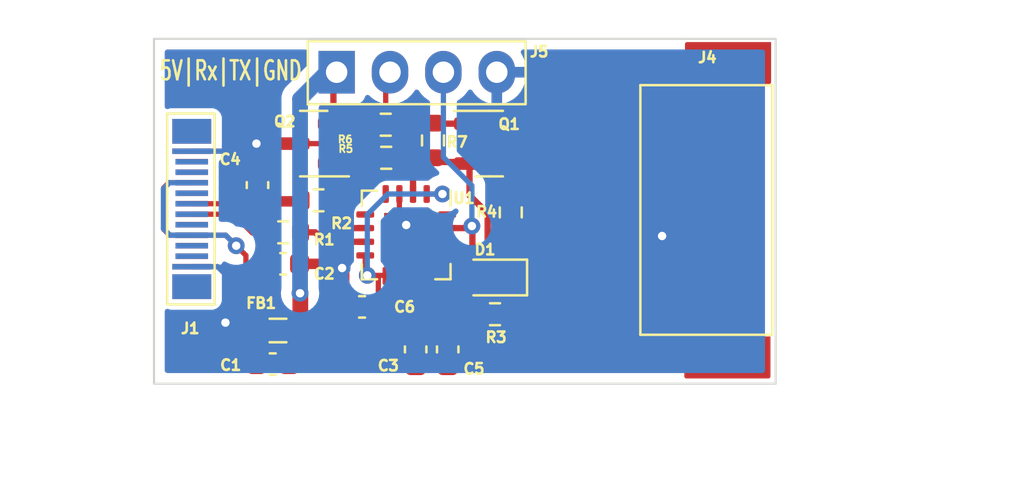
<source format=kicad_pcb>
(kicad_pcb (version 20211014) (generator pcbnew)
  (layers (0 "F.Cu" signal) (31 "B.Cu" signal) (34 "B.Paste" user) (35 "F.Paste" user) (36 "B.SilkS" user "B.Silkscreen") (37 "F.SilkS" user "F.Silkscreen") (38 "B.Mask" user) (39 "F.Mask" user) (44 "Edge.Cuts" user))
  (net 0 "")
  (net 1 "Net-(FB1-Pad1)")
  (net 2 "GNDREF")
  (net 3 "Net-(C2-Pad1)")
  (net 4 "+5V")
  (net 5 "Net-(C4-Pad1)")
  (net 6 "Net-(C6-Pad2)")
  (net 7 "CCTALK-DATA")
  (net 8 "TX")
  (net 12 "RX")
  (net 13 "Net-(Q1-Pad1)")
  (net 14 "Net-(Q1-Pad3)")
  (net 15 "Net-(Q2-Pad1)")
  (net 16 "Net-(Q2-Pad3)")
  (net 17 "Net-(R1-Pad2)")
  (net 18 "Net-(R2-Pad2)")
  (footprint "CCtalk-converter-footprints-lib:R_0603_1608Metric" (layer "F.Cu") (at 104.925 103.275)
    (fp_text reference "R2" (at 1.1 1.1) (layer "F.SilkS") (effects (font (size 0.5 0.5))))
    (fp_text value "27R")
    (fp_line (start -0.237258 0.5225) (end 0.237258 0.5225) (layer "F.SilkS") (width 0.12))
    (fp_line (start -0.237258 -0.5225) (end 0.237258 -0.5225) (layer "F.SilkS") (width 0.12))
    (pad "1" smd roundrect (at -0.825 0) (size 0.8 0.95) (layers "F.Cu" "F.Paste" "F.Mask") (net 5 "Net-(C4-Pad1)"))
    (pad "2" smd roundrect (at 0.825 0) (size 0.8 0.95) (layers "F.Cu" "F.Paste" "F.Mask") (net 18 "Net-(R2-Pad2)"))
  )
  (footprint "CCtalk-converter-footprints-lib:C_0603_1608Metric" (layer "F.Cu") (at 103.25 106.3)
    (fp_text reference "C2" (at 1.95 0.475) (layer "F.SilkS") (effects (font (size 0.5 0.5))))
    (fp_text value "47pF")
    (fp_line (start -0.14058 0.51) (end 0.14058 0.51) (layer "F.SilkS") (width 0.12))
    (fp_line (start -0.14058 -0.51) (end 0.14058 -0.51) (layer "F.SilkS") (width 0.12))
    (pad "1" smd roundrect (at -0.775 0) (size 0.9 0.95) (layers "F.Cu" "F.Paste" "F.Mask") (net 3 "Net-(C2-Pad1)"))
    (pad "2" smd roundrect (at 0.775 0) (size 0.9 0.95) (layers "F.Cu" "F.Paste" "F.Mask") (net 2 "GNDREF"))
  )
  (footprint "CCtalk-converter-footprints-lib:SOT-23" (layer "F.Cu") (at 113.05 100.575)
    (fp_text reference "Q1" (at 0.95 -0.925) (layer "F.SilkS") (effects (font (size 0.5 0.5))))
    (fp_text value "BC847")
    (fp_line (start 0 1.56) (end 0.65 1.56) (layer "F.SilkS") (width 0.12))
    (fp_line (start 0 -1.56) (end 0.65 -1.56) (layer "F.SilkS") (width 0.12))
    (fp_line (start 0 1.56) (end -0.65 1.56) (layer "F.SilkS") (width 0.12))
    (fp_line (start 0 -1.56) (end -1.675 -1.56) (layer "F.SilkS") (width 0.12))
    (pad "1" smd roundrect (at -0.9375 -0.95) (size 1.475 0.6) (layers "F.Cu" "F.Paste" "F.Mask") (net 13 "Net-(Q1-Pad1)"))
    (pad "2" smd roundrect (at -0.9375 0.95) (size 1.475 0.6) (layers "F.Cu" "F.Paste" "F.Mask") (net 2 "GNDREF"))
    (pad "3" smd roundrect (at 0.9375 0) (size 1.475 0.6) (layers "F.Cu" "F.Paste" "F.Mask") (net 14 "Net-(Q1-Pad3)"))
  )
  (footprint "CCtalk-converter-footprints-lib:FanPinHeader_1x04_P2.54mm_Vertical" (layer "F.Cu") (at 105.79 97.1746)
    (fp_text reference "J5" (at 9.635 -0.9746) (layer "F.SilkS") (effects (font (size 0.5 0.5) (thickness 0.125))))
    (fp_text value "Conn_01x04")
    (fp_rect (start -1.3716 1.524) (end 8.9916 -1.4732) (layer "F.SilkS") (width 0.12) (fill none))
    (pad "1" thru_hole rect (at 0 0 90) (size 2.03 1.73) (drill 1.02) (layers *.Cu *.Mask) (net 4 "+5V"))
    (pad "2" thru_hole oval (at 2.54 0 90) (size 2.03 1.73) (drill 1.02) (layers *.Cu *.Mask) (net 12 "RX"))
    (pad "3" thru_hole oval (at 5.08 0 90) (size 2.03 1.73) (drill 1.02) (layers *.Cu *.Mask) (net 8 "TX"))
    (pad "4" thru_hole oval (at 7.62 0 90) (size 2.03 1.73) (drill 1.02) (layers *.Cu *.Mask) (net 2 "GNDREF"))
  )
  (footprint "CCtalk-converter-footprints-lib:R_0603_1608Metric" (layer "F.Cu") (at 114.075 103.85 -90)
    (fp_text reference "R4" (at -0.025 1.15 180) (layer "F.SilkS") (effects (font (size 0.5 0.5))))
    (fp_text value "56R")
    (fp_line (start -0.237258 -0.5225) (end 0.237258 -0.5225) (layer "F.SilkS") (width 0.12))
    (fp_line (start -0.237258 0.5225) (end 0.237258 0.5225) (layer "F.SilkS") (width 0.12))
    (pad "1" smd roundrect (at -0.825 0 270) (size 0.8 0.95) (layers "F.Cu" "F.Paste" "F.Mask") (net 14 "Net-(Q1-Pad3)"))
    (pad "2" smd roundrect (at 0.825 0 270) (size 0.8 0.95) (layers "F.Cu" "F.Paste" "F.Mask") (net 7 "CCTALK-DATA"))
  )
  (footprint "CCtalk-converter-footprints-lib:4pin-JST-XH-header-SMT" (layer "F.Cu") (at 117.675 99.975 -90)
    (fp_text reference "J4" (at -3.5 -5.75 unlocked) (layer "F.SilkS") (effects (font (size 0.5 0.5))))
    (fp_text value "Conn_01x04")
    (fp_rect (start -4.1368 -8.6868) (end -2.3368 -4.7868) (layer "F.Cu") (width 0.2) (fill solid))
    (fp_rect (start 9.884 -8.6556) (end 11.684 -4.7556) (layer "F.Cu") (width 0.2) (fill solid))
    (fp_line (start 9.7028 -2.5654) (end -2.1844 -2.5654) (layer "F.SilkS") (width 0.12))
    (fp_line (start -2.1844 -8.8392) (end -2.1844 -2.5654) (layer "F.SilkS") (width 0.12))
    (fp_line (start 9.7028 -8.8392) (end 9.7028 -2.5654) (layer "F.SilkS") (width 0.12))
    (fp_line (start -2.1844 -8.8392) (end 9.7028 -8.8392) (layer "F.SilkS") (width 0.12))
    (pad "1" smd roundrect (at 0 0 270) (size 1.3 4.5) (layers "F.Cu" "F.Paste" "F.Mask"))
    (pad "2" smd roundrect (at 2.5 0 270) (size 1.3 4.5) (layers "F.Cu" "F.Paste" "F.Mask"))
    (pad "3" smd roundrect (at 5 0 270) (size 1.3 4.5) (layers "F.Cu" "F.Paste" "F.Mask") (net 2 "GNDREF"))
    (pad "4" smd roundrect (at 7.5 0 270) (size 1.3 4.5) (layers "F.Cu" "F.Paste" "F.Mask") (net 7 "CCTALK-DATA"))
  )
  (footprint "CCtalk-converter-footprints-lib:SOT-23" (layer "F.Cu") (at 104.7 100.575 180)
    (fp_text reference "Q2" (at 1.375 1.05) (layer "F.SilkS") (effects (font (size 0.5 0.5))))
    (fp_text value "BC856")
    (fp_line (start 0 -1.56) (end 0.65 -1.56) (layer "F.SilkS") (width 0.12))
    (fp_line (start 0 1.56) (end 0.65 1.56) (layer "F.SilkS") (width 0.12))
    (fp_line (start 0 1.56) (end -0.65 1.56) (layer "F.SilkS") (width 0.12))
    (fp_line (start 0 -1.56) (end -1.675 -1.56) (layer "F.SilkS") (width 0.12))
    (pad "1" smd roundrect (at -0.9375 -0.95 180) (size 1.475 0.6) (layers "F.Cu" "F.Paste" "F.Mask") (net 15 "Net-(Q2-Pad1)"))
    (pad "2" smd roundrect (at -0.9375 0.95 180) (size 1.475 0.6) (layers "F.Cu" "F.Paste" "F.Mask") (net 4 "+5V"))
    (pad "3" smd roundrect (at 0.9375 0 180) (size 1.475 0.6) (layers "F.Cu" "F.Paste" "F.Mask") (net 16 "Net-(Q2-Pad3)"))
  )
  (footprint "CCtalk-converter-footprints-lib:C_0603_1608Metric" (layer "F.Cu") (at 107 108.35)
    (fp_text reference "C6" (at 2.025 0) (layer "F.SilkS") (effects (font (size 0.5 0.5))))
    (fp_text value "100nF")
    (fp_line (start -0.14058 0.51) (end 0.14058 0.51) (layer "F.SilkS") (width 0.12))
    (fp_line (start -0.14058 -0.51) (end 0.14058 -0.51) (layer "F.SilkS") (width 0.12))
    (pad "1" smd roundrect (at -0.775 0) (size 0.9 0.95) (layers "F.Cu" "F.Paste" "F.Mask") (net 2 "GNDREF"))
    (pad "2" smd roundrect (at 0.775 0) (size 0.9 0.95) (layers "F.Cu" "F.Paste" "F.Mask") (net 6 "Net-(C6-Pad2)"))
  )
  (footprint "CCtalk-converter-footprints-lib:C_0603_1608Metric" (layer "F.Cu") (at 102.025 102.55 90)
    (fp_text reference "C4" (at 1.225 -1.3 180) (layer "F.SilkS") (effects (font (size 0.5 0.5))))
    (fp_text value "47pF")
    (fp_line (start -0.14058 -0.51) (end 0.14058 -0.51) (layer "F.SilkS") (width 0.12))
    (fp_line (start -0.14058 0.51) (end 0.14058 0.51) (layer "F.SilkS") (width 0.12))
    (pad "1" smd roundrect (at -0.775 0 90) (size 0.9 0.95) (layers "F.Cu" "F.Paste" "F.Mask") (net 5 "Net-(C4-Pad1)"))
    (pad "2" smd roundrect (at 0.775 0 90) (size 0.9 0.95) (layers "F.Cu" "F.Paste" "F.Mask") (net 2 "GNDREF"))
  )
  (footprint "CCtalk-converter-footprints-lib:C_0603_1608Metric" (layer "F.Cu") (at 111.075 110.375 -90)
    (fp_text reference "C5" (at 0.925 -1.25) (layer "F.SilkS") (effects (font (size 0.5 0.5))))
    (fp_text value "1uF")
    (fp_line (start -0.14058 -0.51) (end 0.14058 -0.51) (layer "F.SilkS") (width 0.12))
    (fp_line (start -0.14058 0.51) (end 0.14058 0.51) (layer "F.SilkS") (width 0.12))
    (pad "1" smd roundrect (at -0.775 0 270) (size 0.9 0.95) (layers "F.Cu" "F.Paste" "F.Mask") (net 4 "+5V"))
    (pad "2" smd roundrect (at 0.775 0 270) (size 0.9 0.95) (layers "F.Cu" "F.Paste" "F.Mask") (net 2 "GNDREF"))
  )
  (footprint "CCtalk-converter-footprints-lib:R_0603_1608Metric" (layer "F.Cu") (at 113.325 108.7)
    (fp_text reference "R3" (at 0.05 1.1) (layer "F.SilkS") (effects (font (size 0.5 0.5))))
    (fp_text value "10K")
    (fp_line (start -0.237258 0.5225) (end 0.237258 0.5225) (layer "F.SilkS") (width 0.12))
    (fp_line (start -0.237258 -0.5225) (end 0.237258 -0.5225) (layer "F.SilkS") (width 0.12))
    (pad "1" smd roundrect (at -0.825 0) (size 0.8 0.95) (layers "F.Cu" "F.Paste" "F.Mask") (net 4 "+5V"))
    (pad "2" smd roundrect (at 0.825 0) (size 0.8 0.95) (layers "F.Cu" "F.Paste" "F.Mask") (net 7 "CCTALK-DATA"))
  )
  (footprint "CCtalk-converter-footprints-lib:C_0603_1608Metric" (layer "F.Cu") (at 109.55 110.375 -90)
    (fp_text reference "C3" (at 0.775 1.3) (layer "F.SilkS") (effects (font (size 0.5 0.5))))
    (fp_text value "100nF")
    (fp_line (start -0.14058 -0.51) (end 0.14058 -0.51) (layer "F.SilkS") (width 0.12))
    (fp_line (start -0.14058 0.51) (end 0.14058 0.51) (layer "F.SilkS") (width 0.12))
    (pad "1" smd roundrect (at -0.775 0 270) (size 0.9 0.95) (layers "F.Cu" "F.Paste" "F.Mask") (net 4 "+5V"))
    (pad "2" smd roundrect (at 0.775 0 270) (size 0.9 0.95) (layers "F.Cu" "F.Paste" "F.Mask") (net 2 "GNDREF"))
  )
  (footprint "CCtalk-converter-footprints-lib:QFN-16-1EP_4x4mm_P0.65mm_EP2.1x2.1mm" (layer "F.Cu") (at 109.1 104.925 -90)
    (fp_text reference "U1" (at -1.75 -2.75 180) (layer "F.SilkS") (effects (font (size 0.5 0.5))))
    (fp_text value "FT230XQ")
    (fp_line (start -2.11 2.11) (end -2.11 1.385) (layer "F.SilkS") (width 0.12))
    (fp_line (start -1.385 -2.11) (end -2.11 -2.11) (layer "F.SilkS") (width 0.12))
    (fp_line (start 2.11 2.11) (end 2.11 1.385) (layer "F.SilkS") (width 0.12))
    (fp_line (start 1.385 2.11) (end 2.11 2.11) (layer "F.SilkS") (width 0.12))
    (fp_line (start -1.385 2.11) (end -2.11 2.11) (layer "F.SilkS") (width 0.12))
    (fp_line (start 2.11 -2.11) (end 2.11 -1.385) (layer "F.SilkS") (width 0.12))
    (fp_line (start 1.385 -2.11) (end 2.11 -2.11) (layer "F.SilkS") (width 0.12))
    (pad "1" smd roundrect (at -1.95 -0.975 270) (size 0.85 0.3) (layers "F.Cu" "F.Paste" "F.Mask") (net 6 "Net-(C6-Pad2)"))
    (pad "2" smd roundrect (at -1.95 -0.325 270) (size 0.85 0.3) (layers "F.Cu" "F.Paste" "F.Mask") (net 12 "RX"))
    (pad "3" smd roundrect (at -1.95 0.325 270) (size 0.85 0.3) (layers "F.Cu" "F.Paste" "F.Mask") (net 2 "GNDREF"))
    (pad "4" smd roundrect (at -1.95 0.975 270) (size 0.85 0.3) (layers "F.Cu" "F.Paste" "F.Mask"))
    (pad "5" smd roundrect (at -0.975 1.95 270) (size 0.3 0.85) (layers "F.Cu" "F.Paste" "F.Mask"))
    (pad "6" smd roundrect (at -0.325 1.95 270) (size 0.3 0.85) (layers "F.Cu" "F.Paste" "F.Mask") (net 18 "Net-(R2-Pad2)"))
    (pad "7" smd roundrect (at 0.325 1.95 270) (size 0.3 0.85) (layers "F.Cu" "F.Paste" "F.Mask") (net 17 "Net-(R1-Pad2)"))
    (pad "8" smd roundrect (at 0.975 1.95 270) (size 0.3 0.85) (layers "F.Cu" "F.Paste" "F.Mask") (net 6 "Net-(C6-Pad2)"))
    (pad "9" smd roundrect (at 1.95 0.975 270) (size 0.85 0.3) (layers "F.Cu" "F.Paste" "F.Mask") (net 6 "Net-(C6-Pad2)"))
    (pad "10" smd roundrect (at 1.95 0.325 270) (size 0.85 0.3) (layers "F.Cu" "F.Paste" "F.Mask") (net 4 "+5V"))
    (pad "11" smd roundrect (at 1.95 -0.325 270) (size 0.85 0.3) (layers "F.Cu" "F.Paste" "F.Mask"))
    (pad "12" smd roundrect (at 1.95 -0.975 270) (size 0.85 0.3) (layers "F.Cu" "F.Paste" "F.Mask"))
    (pad "13" smd roundrect (at 0.975 -1.95 270) (size 0.3 0.85) (layers "F.Cu" "F.Paste" "F.Mask") (net 2 "GNDREF"))
    (pad "14" smd roundrect (at 0.325 -1.95 270) (size 0.3 0.85) (layers "F.Cu" "F.Paste" "F.Mask"))
    (pad "15" smd roundrect (at -0.325 -1.95 270) (size 0.3 0.85) (layers "F.Cu" "F.Paste" "F.Mask") (net 8 "TX"))
    (pad "16" smd roundrect (at -0.975 -1.95 270) (size 0.3 0.85) (layers "F.Cu" "F.Paste" "F.Mask"))
    (pad "17" smd rect (at 0 0 270) (size 2.1 2.1) (layers "F.Cu" "F.Mask") (net 2 "GNDREF"))
  )
  (footprint "CCtalk-converter-footprints-lib:L_0805_2012Metric" (layer "F.Cu") (at 103 109.475)
    (fp_text reference "FB1" (at -0.8 -1.3) (layer "F.SilkS") (effects (font (size 0.5 0.5))))
    (fp_text value "FerriteBead")
    (fp_line (start -0.399622 0.56) (end 0.399622 0.56) (layer "F.SilkS") (width 0.12))
    (fp_line (start -0.399622 -0.56) (end 0.399622 -0.56) (layer "F.SilkS") (width 0.12))
    (pad "1" smd roundrect (at -1.0625 0) (size 0.875 1.2) (layers "F.Cu" "F.Paste" "F.Mask") (net 1 "Net-(FB1-Pad1)"))
    (pad "2" smd roundrect (at 1.0625 0) (size 0.875 1.2) (layers "F.Cu" "F.Paste" "F.Mask") (net 4 "+5V"))
  )
  (footprint "CCtalk-converter-footprints-lib:R_0603_1608Metric" (layer "F.Cu") (at 108.125 99.675)
    (fp_text reference "R6" (at -1.925 0.7) (layer "F.SilkS") (effects (font (size 0.35 0.35) (thickness 0.0875))))
    (fp_text value "10K")
    (fp_line (start -0.237258 0.5225) (end 0.237258 0.5225) (layer "F.SilkS") (width 0.12))
    (fp_line (start -0.237258 -0.5225) (end 0.237258 -0.5225) (layer "F.SilkS") (width 0.12))
    (pad "1" smd roundrect (at -0.825 0) (size 0.8 0.95) (layers "F.Cu" "F.Paste" "F.Mask") (net 16 "Net-(Q2-Pad3)"))
    (pad "2" smd roundrect (at 0.825 0) (size 0.8 0.95) (layers "F.Cu" "F.Paste" "F.Mask") (net 13 "Net-(Q1-Pad1)"))
  )
  (footprint "CCtalk-converter-footprints-lib:USB_C_Plug_Right Angle" (layer "F.Cu") (at 97.75 103.6877 90)
    (fp_text reference "J1" (at -5.6873 1.075) (layer "F.SilkS") (effects (font (size 0.5 0.5) (thickness 0.125))))
    (fp_text value "USB_C_Plug")
    (fp_rect (start -4.5466 2.2352) (end 4.5466 -0.0254) (layer "F.SilkS") (width 0.12) (fill none))
    (pad "" smd rect (at 3.7 1.1475 90) (size 1.18 1.85) (layers "F.Cu" "F.Mask"))
    (pad "" smd rect (at -3.7 1.1475 90) (size 1.18 1.85) (layers "B.Cu" "B.Paste" "B.Mask"))
    (pad "" smd rect (at -3.7 1.1475 90) (size 1.18 1.85) (layers "F.Cu" "F.Mask"))
    (pad "" smd rect (at 3.7 1.1475 270) (size 1.18 1.85) (layers "B.Cu" "B.Paste" "B.Mask"))
    (pad "A1" smd rect (at 2.75 1.1475 90) (size 0.26 1.85) (layers "F.Cu" "F.Paste" "F.Mask") (net 2 "GNDREF"))
    (pad "A2" smd rect (at 2.25 1.1475 90) (size 0.26 1.55) (layers "F.Cu" "F.Paste" "F.Mask"))
    (pad "A3" smd rect (at 1.75 1.1475 90) (size 0.26 1.55) (layers "F.Cu" "F.Paste" "F.Mask"))
    (pad "A4" smd rect (at 1.25 1.1475 90) (size 0.26 1.55) (layers "F.Cu" "F.Paste" "F.Mask") (net 1 "Net-(FB1-Pad1)"))
    (pad "A5" smd rect (at 0.75 1.1475 90) (size 0.26 1.55) (layers "F.Cu" "F.Paste" "F.Mask"))
    (pad "A6" smd rect (at 0.25 1.1475 270) (size 0.26 1.55) (layers "F.Cu" "F.Paste" "F.Mask") (net 5 "Net-(C4-Pad1)"))
    (pad "A7" smd rect (at -0.25 1.1475 270) (size 0.26 1.55) (layers "F.Cu" "F.Paste" "F.Mask") (net 3 "Net-(C2-Pad1)"))
    (pad "A8" smd rect (at -0.75 1.1475 90) (size 0.26 1.55) (layers "F.Cu" "F.Paste" "F.Mask"))
    (pad "A9" smd rect (at -1.25 1.1475 90) (size 0.26 1.55) (layers "F.Cu" "F.Paste" "F.Mask") (net 1 "Net-(FB1-Pad1)"))
    (pad "A10" smd rect (at -1.75 1.1475 90) (size 0.26 1.55) (layers "F.Cu" "F.Paste" "F.Mask"))
    (pad "A11" smd rect (at -2.25 1.1475 90) (size 0.26 1.55) (layers "F.Cu" "F.Paste" "F.Mask"))
    (pad "A12" smd rect (at -2.75 1.1475 90) (size 0.26 1.85) (layers "F.Cu" "F.Paste" "F.Mask") (net 2 "GNDREF"))
    (pad "B1" smd rect (at -2.75 1.1475 90) (size 0.26 1.85) (layers "B.Cu" "B.Paste" "B.Mask") (net 2 "GNDREF"))
    (pad "B2" smd rect (at -2.25 1.1475 90) (size 0.26 1.55) (layers "B.Cu" "B.Paste" "B.Mask"))
    (pad "B3" smd rect (at -1.75 1.1475 90) (size 0.26 1.55) (layers "B.Cu" "B.Paste" "B.Mask"))
    (pad "B4" smd rect (at -1.25 1.1475 90) (size 0.26 1.55) (layers "B.Cu" "B.Paste" "B.Mask") (net 1 "Net-(FB1-Pad1)"))
    (pad "B5" smd rect (at -0.75 1.1475 90) (size 0.26 1.55) (layers "B.Cu" "B.Paste" "B.Mask"))
    (pad "B6" smd rect (at -0.25 1.1475 270) (size 0.26 1.55) (layers "B.Cu" "B.Paste" "B.Mask"))
    (pad "B7" smd rect (at 0.25 1.1475 90) (size 0.26 1.55) (layers "B.Cu" "B.Paste" "B.Mask"))
    (pad "B8" smd rect (at 0.75 1.1475 90) (size 0.26 1.55) (layers "B.Cu" "B.Paste" "B.Mask"))
    (pad "B9" smd rect (at 1.25 1.1475 90) (size 0.26 1.55) (layers "B.Cu" "B.Paste" "B.Mask") (net 1 "Net-(FB1-Pad1)"))
    (pad "B10" smd rect (at 1.75 1.1475 90) (size 0.26 1.55) (layers "B.Cu" "B.Paste" "B.Mask"))
    (pad "B11" smd rect (at 2.25 1.1475 90) (size 0.26 1.55) (layers "B.Cu" "B.Paste" "B.Mask"))
    (pad "B12" smd rect (at 2.75 1.1475 90) (size 0.26 1.85) (layers "B.Cu" "B.Paste" "B.Mask") (net 2 "GNDREF"))
  )
  (footprint "CCtalk-converter-footprints-lib:R_0603_1608Metric" (layer "F.Cu") (at 103.25 104.8)
    (fp_text reference "R1" (at 1.95 0.35) (layer "F.SilkS") (effects (font (size 0.5 0.5))))
    (fp_text value "27R")
    (fp_line (start -0.237258 0.5225) (end 0.237258 0.5225) (layer "F.SilkS") (width 0.12))
    (fp_line (start -0.237258 -0.5225) (end 0.237258 -0.5225) (layer "F.SilkS") (width 0.12))
    (pad "1" smd roundrect (at -0.825 0) (size 0.8 0.95) (layers "F.Cu" "F.Paste" "F.Mask") (net 3 "Net-(C2-Pad1)"))
    (pad "2" smd roundrect (at 0.825 0) (size 0.8 0.95) (layers "F.Cu" "F.Paste" "F.Mask") (net 17 "Net-(R1-Pad2)"))
  )
  (footprint "CCtalk-converter-footprints-lib:C_0603_1608Metric" (layer "F.Cu") (at 102.75 111.075)
    (fp_text reference "C1" (at -2 0.05 180) (layer "F.SilkS") (effects (font (size 0.5 0.5))))
    (fp_text value "10nF")
    (fp_line (start -0.14058 0.51) (end 0.14058 0.51) (layer "F.SilkS") (width 0.12))
    (fp_line (start -0.14058 -0.51) (end 0.14058 -0.51) (layer "F.SilkS") (width 0.12))
    (pad "1" smd roundrect (at -0.775 0) (size 0.9 0.95) (layers "F.Cu" "F.Paste" "F.Mask") (net 1 "Net-(FB1-Pad1)"))
    (pad "2" smd roundrect (at 0.775 0) (size 0.9 0.95) (layers "F.Cu" "F.Paste" "F.Mask") (net 2 "GNDREF"))
  )
  (footprint "CCtalk-converter-footprints-lib:R_0603_1608Metric" (layer "F.Cu") (at 110.375 100.425 90)
    (fp_text reference "R7" (at -0.075 1.15 180) (layer "F.SilkS") (effects (font (size 0.5 0.5))))
    (fp_text value "100K")
    (fp_line (start -0.237258 0.5225) (end 0.237258 0.5225) (layer "F.SilkS") (width 0.12))
    (fp_line (start -0.237258 -0.5225) (end 0.237258 -0.5225) (layer "F.SilkS") (width 0.12))
    (pad "1" smd roundrect (at -0.825 0 90) (size 0.8 0.95) (layers "F.Cu" "F.Paste" "F.Mask") (net 2 "GNDREF"))
    (pad "2" smd roundrect (at 0.825 0 90) (size 0.8 0.95) (layers "F.Cu" "F.Paste" "F.Mask") (net 13 "Net-(Q1-Pad1)"))
  )
  (footprint "CCtalk-converter-footprints-lib:R_0603_1608Metric" (layer "F.Cu") (at 108.15 101.25 180)
    (fp_text reference "R5" (at 1.925 0.425) (layer "F.SilkS") (effects (font (size 0.35 0.35) (thickness 0.0875))))
    (fp_text value "10K")
    (fp_line (start -0.237258 0.5225) (end 0.237258 0.5225) (layer "F.SilkS") (width 0.12))
    (fp_line (start -0.237258 -0.5225) (end 0.237258 -0.5225) (layer "F.SilkS") (width 0.12))
    (pad "1" smd roundrect (at -0.825 0 180) (size 0.8 0.95) (layers "F.Cu" "F.Paste" "F.Mask") (net 12 "RX"))
    (pad "2" smd roundrect (at 0.825 0 180) (size 0.8 0.95) (layers "F.Cu" "F.Paste" "F.Mask") (net 15 "Net-(Q2-Pad1)"))
  )
  (footprint "CCtalk-converter-footprints-lib:D_SOD-323F" (layer "F.Cu") (at 113.35 106.95 180)
    (fp_text reference "D1" (at 0.5 1.325) (layer "F.SilkS") (effects (font (size 0.5 0.5))))
    (fp_text value "BAT54J")
    (fp_line (start -1.5 -0.85) (end 1.05 -0.85) (layer "F.SilkS") (width 0.12))
    (fp_line (start -1.5 -0.85) (end -1.5 0.85) (layer "F.SilkS") (width 0.12))
    (fp_line (start -1.5 0.85) (end 1.05 0.85) (layer "F.SilkS") (width 0.12))
    (pad "1" smd rect (at -1.1 0 180) (size 0.5 0.5) (layers "F.Cu" "F.Paste" "F.Mask") (net 7 "CCTALK-DATA"))
    (pad "2" smd rect (at 1.1 0 180) (size 0.5 0.5) (layers "F.Cu" "F.Paste" "F.Mask") (net 8 "TX"))
  )
  (gr_rect (start 97.102 95.5842) (end 126.677 112.0092) (layer "Edge.Cuts") (width 0.1) (fill none))
  (gr_text "5V|Rx|TX|GND" (at 100.75 97.1) (layer "F.SilkS") (effects (font (size 0.9 0.6) (thickness 0.125))))
  (segment (start 101.9375 108.738569) (end 101.9375 109.475) (width 0.25) (layer "F.Cu") (net 1))
  (segment (start 97.843478 104.9377) (end 98.8975 104.9377) (width 0.25) (layer "F.Cu") (net 1))
  (segment (start 101.9375 111.0375) (end 101.975 111.075) (width 0.75) (layer "F.Cu") (net 1))
  (segment (start 101.475 105.9) (end 101.475 108.276069) (width 0.25) (layer "F.Cu") (net 1))
  (segment (start 97.8064 102.4377) (end 97.5691 102.675) (width 0.25) (layer "F.Cu") (net 1))
  (segment (start 100.5127 104.9377) (end 101.0125 105.4375) (width 0.25) (layer "F.Cu") (net 1))
  (segment (start 97.5691 102.675) (end 97.5691 104.663322) (width 0.25) (layer "F.Cu") (net 1))
  (segment (start 98.8975 104.9377) (end 100.5127 104.9377) (width 0.25) (layer "F.Cu") (net 1))
  (segment (start 101.475 108.276069) (end 101.9375 108.738569) (width 0.25) (layer "F.Cu") (net 1))
  (segment (start 101.9375 109.475) (end 101.9375 111.0375) (width 0.75) (layer "F.Cu") (net 1))
  (segment (start 98.8975 102.4377) (end 97.8064 102.4377) (width 0.25) (layer "F.Cu") (net 1))
  (segment (start 97.5691 104.663322) (end 97.843478 104.9377) (width 0.25) (layer "F.Cu") (net 1))
  (segment (start 101.0125 105.4375) (end 101.475 105.9) (width 0.25) (layer "F.Cu") (net 1))
  (via (at 101.0125 105.4375) (size 0.8) (drill 0.4) (layers "F.Cu" "B.Cu") (net 1))
  (segment (start 100.5127 104.9377) (end 101.0125 105.4375) (width 0.25) (layer "B.Cu") (net 1))
  (segment (start 98.8975 104.9377) (end 100.5127 104.9377) (width 0.25) (layer "B.Cu") (net 1))
  (segment (start 98.8975 102.4377) (end 97.843478 102.4377) (width 0.25) (layer "B.Cu") (net 1))
  (segment (start 97.55 102.731178) (end 97.55 104.625) (width 0.25) (layer "B.Cu") (net 1))
  (segment (start 97.843478 102.4377) (end 97.55 102.731178) (width 0.25) (layer "B.Cu") (net 1))
  (segment (start 97.8627 104.9377) (end 98.8975 104.9377) (width 0.25) (layer "B.Cu") (net 1))
  (segment (start 97.55 104.625) (end 97.8627 104.9377) (width 0.25) (layer "B.Cu") (net 1))
  (segment (start 121.25 105) (end 121.275 104.975) (width 0.75) (layer "F.Cu") (net 2))
  (segment (start 118.9 111.075) (end 113.5 111.075) (width 0.75) (layer "F.Cu") (net 2))
  (segment (start 101.975 100.575) (end 102.025 100.625) (width 0.25) (layer "F.Cu") (net 2))
  (segment (start 109.55 111.15) (end 109.5 111.1) (width 0.75) (layer "F.Cu") (net 2))
  (segment (start 112.1125 101.525) (end 112.0375 101.45) (width 0.3) (layer "F.Cu") (net 2))
  (segment (start 105.85 106.3) (end 106.05 106.5) (width 0.5) (layer "F.Cu") (net 2))
  (segment (start 117.7 105) (end 121.25 105) (width 0.75) (layer "F.Cu") (net 2))
  (segment (start 101.975 100.575) (end 101.35 100.575) (width 0.25) (layer "F.Cu") (net 2))
  (segment (start 100.5 109.1) (end 100.75 108.85) (width 0.25) (layer "F.Cu") (net 2))
  (segment (start 112.1125 101.525) (end 112.1125 103.0375) (width 0.3) (layer "F.Cu") (net 2))
  (segment (start 102.025 100.625) (end 102.025 101.775) (width 0.25) (layer "F.Cu") (net 2))
  (segment (start 113.40048 106.30048) (end 113.40048 110.97548) (width 0.3) (layer "F.Cu") (net 2))
  (segment (start 100.75 107.05) (end 100.1377 106.4377) (width 0.25) (layer "F.Cu") (net 2))
  (segment (start 106.15 106.6) (end 106.05 106.5) (width 0.5) (layer "F.Cu") (net 2))
  (segment (start 108.775 102.975) (end 108.775 104.6) (width 0.25) (layer "F.Cu") (net 2))
  (segment (start 109.5 111.1) (end 103.55 111.1) (width 0.75) (layer "F.Cu") (net 2))
  (segment (start 113.5 111.075) (end 109.625 111.075) (width 0.75) (layer "F.Cu") (net 2))
  (segment (start 121.275 108.7) (end 118.9 111.075) (width 0.75) (layer "F.Cu") (net 2))
  (segment (start 110.575 101.45) (end 110.375 101.25) (width 0.3) (layer "F.Cu") (net 2))
  (segment (start 112.1125 103.0375) (end 112.975 103.9) (width 0.3) (layer "F.Cu") (net 2))
  (segment (start 117.675 104.975) (end 117.7 105) (width 0.75) (layer "F.Cu") (net 2))
  (segment (start 110.075 105.9) (end 109.1 104.925) (width 0.25) (layer "F.Cu") (net 2))
  (segment (start 111.05 105.9) (end 110.075 105.9) (width 0.25) (layer "F.Cu") (net 2))
  (segment (start 121.275 104.975) (end 121.275 108.7) (width 0.75) (layer "F.Cu") (net 2))
  (segment (start 112.0375 101.45) (end 110.575 101.45) (width 0.3) (layer "F.Cu") (net 2))
  (segment (start 109.625 111.075) (end 109.55 111.15) (width 0.75) (layer "F.Cu") (net 2))
  (segment (start 112.975 103.9) (end 112.975 105.875) (width 0.3) (layer "F.Cu") (net 2))
  (segment (start 112.975 105.875) (end 113.40048 106.30048) (width 0.3) (layer "F.Cu") (net 2))
  (segment (start 100.75 108.85) (end 100.75 107.05) (width 0.25) (layer "F.Cu") (net 2))
  (segment (start 101.35 100.575) (end 100.9873 100.9377) (width 0.25) (layer "F.Cu") (net 2))
  (segment (start 100.1377 106.4377) (end 98.8975 106.4377) (width 0.25) (layer "F.Cu") (net 2))
  (segment (start 100.9873 100.9377) (end 98.8975 100.9377) (width 0.25) (layer "F.Cu") (net 2))
  (segment (start 104.025 106.3) (end 105.85 106.3) (width 0.5) (layer "F.Cu") (net 2))
  (segment (start 108.775 104.6) (end 109.1 104.925) (width 0.25) (layer "F.Cu") (net 2))
  (segment (start 106.15 108.35) (end 106.15 106.6) (width 0.5) (layer "F.Cu") (net 2))
  (segment (start 103.55 111.1) (end 103.525 111.075) (width 0.75) (layer "F.Cu") (net 2))
  (segment (start 113.40048 110.97548) (end 113.5 111.075) (width 0.3) (layer "F.Cu") (net 2))
  (via (at 106.05 106.5) (size 0.8) (drill 0.4) (layers "F.Cu" "B.Cu") (net 2))
  (via (at 101.975 100.575) (size 0.8) (drill 0.4) (layers "F.Cu" "B.Cu") (net 2))
  (via (at 121.275 104.975) (size 0.8) (drill 0.4) (layers "F.Cu" "B.Cu") (net 2))
  (via (at 100.5 109.1) (size 0.8) (drill 0.4) (layers "F.Cu" "B.Cu") (net 2))
  (via (at 109.1 104.45) (size 0.8) (drill 0.4) (layers "F.Cu" "B.Cu") (net 2))
  (segment (start 101.6123 100.9377) (end 98.8975 100.9377) (width 0.25) (layer "B.Cu") (net 2))
  (segment (start 100.5 106.8) (end 100.1377 106.4377) (width 0.25) (layer "B.Cu") (net 2))
  (segment (start 100.5 109.1) (end 100.5 106.8) (width 0.25) (layer "B.Cu") (net 2))
  (segment (start 101.975 100.575) (end 101.6123 100.9377) (width 0.25) (layer "B.Cu") (net 2))
  (segment (start 100.1377 106.4377) (end 98.8975 106.4377) (width 0.25) (layer "B.Cu") (net 2))
  (segment (start 102.475 104.85) (end 102.475 106.3) (width 0.5) (layer "F.Cu") (net 3))
  (segment (start 101.775 104.825) (end 102.4 104.825) (width 0.25) (layer "F.Cu") (net 3))
  (segment (start 102.4 104.825) (end 102.425 104.8) (width 0.25) (layer "F.Cu") (net 3))
  (segment (start 102.425 104.8) (end 102.475 104.85) (width 0.5) (layer "F.Cu") (net 3))
  (segment (start 100.8877 103.9377) (end 101.775 104.825) (width 0.25) (layer "F.Cu") (net 3))
  (segment (start 98.8975 103.9377) (end 100.8877 103.9377) (width 0.25) (layer "F.Cu") (net 3))
  (segment (start 104.1875 109.6) (end 109.55 109.6) (width 0.75) (layer "F.Cu") (net 4))
  (segment (start 109.625 109.65) (end 111.025 109.65) (width 0.75) (layer "F.Cu") (net 4))
  (segment (start 108.775 109.625) (end 108.775 106.875) (width 0.3) (layer "F.Cu") (net 4))
  (segment (start 104.0625 109.475) (end 104.1875 109.6) (width 0.75) (layer "F.Cu") (net 4))
  (segment (start 109.55 109.6) (end 109.6 109.65) (width 0.75) (layer "F.Cu") (net 4))
  (segment (start 109.6 109.65) (end 111.025 109.65) (width 0.75) (layer "F.Cu") (net 4))
  (segment (start 109.625 109.65) (end 108.8 109.65) (width 0.3) (layer "F.Cu") (net 4))
  (segment (start 109.625 109.65) (end 112.225 109.65) (width 0.75) (layer "F.Cu") (net 4))
  (segment (start 104.0625 109.475) (end 104.0625 107.7125) (width 0.75) (layer "F.Cu") (net 4))
  (segment (start 112.225 109.65) (end 112.525 109.35) (width 0.75) (layer "F.Cu") (net 4))
  (segment (start 111.025 109.65) (end 111.075 109.6) (width 0.75) (layer "F.Cu") (net 4))
  (segment (start 112.525 109.35) (end 112.525 108.65) (width 0.75) (layer "F.Cu") (net 4))
  (segment (start 108.8 109.65) (end 108.775 109.625) (width 0.3) (layer "F.Cu") (net 4))
  (segment (start 105.6375 99.625) (end 105.6375 97.3271) (width 0.3) (layer "F.Cu") (net 4))
  (segment (start 105.6375 97.3271) (end 105.79 97.1746) (width 0.3) (layer "F.Cu") (net 4))
  (segment (start 104.0625 107.7125) (end 104.05 107.7) (width 0.75) (layer "F.Cu") (net 4))
  (via (at 104.05 107.7) (size 0.8) (drill 0.4) (layers "F.Cu" "B.Cu") (net 4))
  (segment (start 104.05 107.7) (end 104.05 98.45) (width 0.75) (layer "B.Cu") (net 4))
  (segment (start 104.05 98.45) (end 105.3254 97.1746) (width 0.75) (layer "B.Cu") (net 4))
  (segment (start 105.3254 97.1746) (end 105.79 97.1746) (width 0.75) (layer "B.Cu") (net 4))
  (segment (start 101.9123 103.4377) (end 102.025 103.325) (width 0.25) (layer "F.Cu") (net 5))
  (segment (start 102.025 103.325) (end 104.05 103.325) (width 0.5) (layer "F.Cu") (net 5))
  (segment (start 98.8975 103.4377) (end 101.9123 103.4377) (width 0.25) (layer "F.Cu") (net 5))
  (segment (start 104.05 103.325) (end 104.1 103.275) (width 0.5) (layer "F.Cu") (net 5))
  (segment (start 107.15 105.9) (end 107.15 106.75) (width 0.25) (layer "F.Cu") (net 6))
  (segment (start 110.075 102.975) (end 110.825 102.975) (width 0.25) (layer "F.Cu") (net 6))
  (segment (start 107.775 108.35) (end 107.775 106.875) (width 0.25) (layer "F.Cu") (net 6))
  (segment (start 107.25 106.85) (end 107.75 106.85) (width 0.25) (layer "F.Cu") (net 6))
  (segment (start 107.15 106.75) (end 107.25 106.85) (width 0.25) (layer "F.Cu") (net 6))
  (segment (start 107.775 106.875) (end 107.75 106.85) (width 0.25) (layer "F.Cu") (net 6))
  (segment (start 108.1 106.85) (end 108.125 106.875) (width 0.25) (layer "F.Cu") (net 6))
  (segment (start 107.75 106.85) (end 108.1 106.85) (width 0.25) (layer "F.Cu") (net 6))
  (via (at 107.25 106.85) (size 0.8) (drill 0.4) (layers "F.Cu" "B.Cu") (net 6))
  (via (at 110.825 102.975) (size 0.8) (drill 0.4) (layers "F.Cu" "B.Cu") (net 6))
  (segment (start 108.225 102.975) (end 110.825 102.975) (width 0.25) (layer "B.Cu") (net 6))
  (segment (start 107.25 103.95) (end 108.225 102.975) (width 0.25) (layer "B.Cu") (net 6))
  (segment (start 107.25 106.85) (end 107.25 103.95) (width 0.25) (layer "B.Cu") (net 6))
  (segment (start 114.175 107.5) (end 114.15 107.475) (width 0.3) (layer "F.Cu") (net 7))
  (segment (start 114.15 108.7) (end 114.15 107.475) (width 0.3) (layer "F.Cu") (net 7))
  (segment (start 114.15 107.475) (end 114.15 104.75) (width 0.3) (layer "F.Cu") (net 7))
  (segment (start 114.15 104.75) (end 114.075 104.675) (width 0.3) (layer "F.Cu") (net 7))
  (segment (start 117.65 107.5) (end 114.175 107.5) (width 0.3) (layer "F.Cu") (net 7))
  (segment (start 117.675 107.475) (end 117.65 107.5) (width 0.3) (layer "F.Cu") (net 7))
  (segment (start 112.2255 104.5) (end 112.1255 104.6) (width 0.3) (layer "F.Cu") (net 8))
  (segment (start 112.2255 104.5) (end 112.25 104.5245) (width 0.3) (layer "F.Cu") (net 8))
  (segment (start 112.25 104.5245) (end 112.25 106.95) (width 0.3) (layer "F.Cu") (net 8))
  (segment (start 112.1255 104.6) (end 111.05 104.6) (width 0.3) (layer "F.Cu") (net 8))
  (via (at 112.2255 104.5) (size 0.8) (drill 0.4) (layers "F.Cu" "B.Cu") (net 8))
  (segment (start 112.2255 102.5755) (end 110.87 101.22) (width 0.25) (layer "B.Cu") (net 8))
  (segment (start 112.2255 104.5) (end 112.2255 102.5755) (width 0.25) (layer "B.Cu") (net 8))
  (segment (start 110.87 101.22) (end 110.87 97.1746) (width 0.25) (layer "B.Cu") (net 8))
  (segment (start 108.125 100.4) (end 108.975 101.25) (width 0.25) (layer "F.Cu") (net 12))
  (segment (start 108.975 101.425) (end 108.975 101.25) (width 0.3) (layer "F.Cu") (net 12))
  (segment (start 108.125 97.3796) (end 108.125 100.4) (width 0.25) (layer "F.Cu") (net 12))
  (segment (start 109.425 101.875) (end 108.975 101.425) (width 0.3) (layer "F.Cu") (net 12))
  (segment (start 108.33 97.1746) (end 108.125 97.3796) (width 0.25) (layer "F.Cu") (net 12))
  (segment (start 109.425 102.975) (end 109.425 101.875) (width 0.3) (layer "F.Cu") (net 12))
  (segment (start 108.95 99.675) (end 109 99.625) (width 0.3) (layer "F.Cu") (net 13))
  (segment (start 109 99.625) (end 112.1125 99.625) (width 0.3) (layer "F.Cu") (net 13))
  (segment (start 113.9875 100.575) (end 113.9875 102.9375) (width 0.3) (layer "F.Cu") (net 14))
  (segment (start 113.9875 102.9375) (end 114.075 103.025) (width 0.3) (layer "F.Cu") (net 14))
  (segment (start 107.05 101.525) (end 107.325 101.25) (width 0.3) (layer "F.Cu") (net 15))
  (segment (start 105.6375 101.525) (end 107.05 101.525) (width 0.3) (layer "F.Cu") (net 15))
  (segment (start 106.4 100.575) (end 107.3 99.675) (width 0.25) (layer "F.Cu") (net 16))
  (segment (start 103.7625 100.575) (end 106.4 100.575) (width 0.25) (layer "F.Cu") (net 16))
  (segment (start 104.775 104.8) (end 104.075 104.8) (width 0.3) (layer "F.Cu") (net 17))
  (segment (start 107.15 105.25) (end 105.225 105.25) (width 0.3) (layer "F.Cu") (net 17))
  (segment (start 105.225 105.25) (end 104.775 104.8) (width 0.3) (layer "F.Cu") (net 17))
  (segment (start 106.175 104.6) (end 105.75 104.175) (width 0.3) (layer "F.Cu") (net 18))
  (segment (start 105.75 104.175) (end 105.75 103.275) (width 0.3) (layer "F.Cu") (net 18))
  (segment (start 107.15 104.6) (end 106.175 104.6) (width 0.3) (layer "F.Cu") (net 18))
  (zone (net 2) (net_name "GNDREF") (layer "B.Cu") (connect_pads (clearance 0.508)) (min_thickness 0.254) (fill yes (thermal_gap 0.508) (thermal_bridge_width 0.508))
    (polygon (pts (xy 126.225 95.65) (xy 126.2 111.9) (xy 97.325 111.775) (xy 97.35 95.775)))
  )
)
</source>
